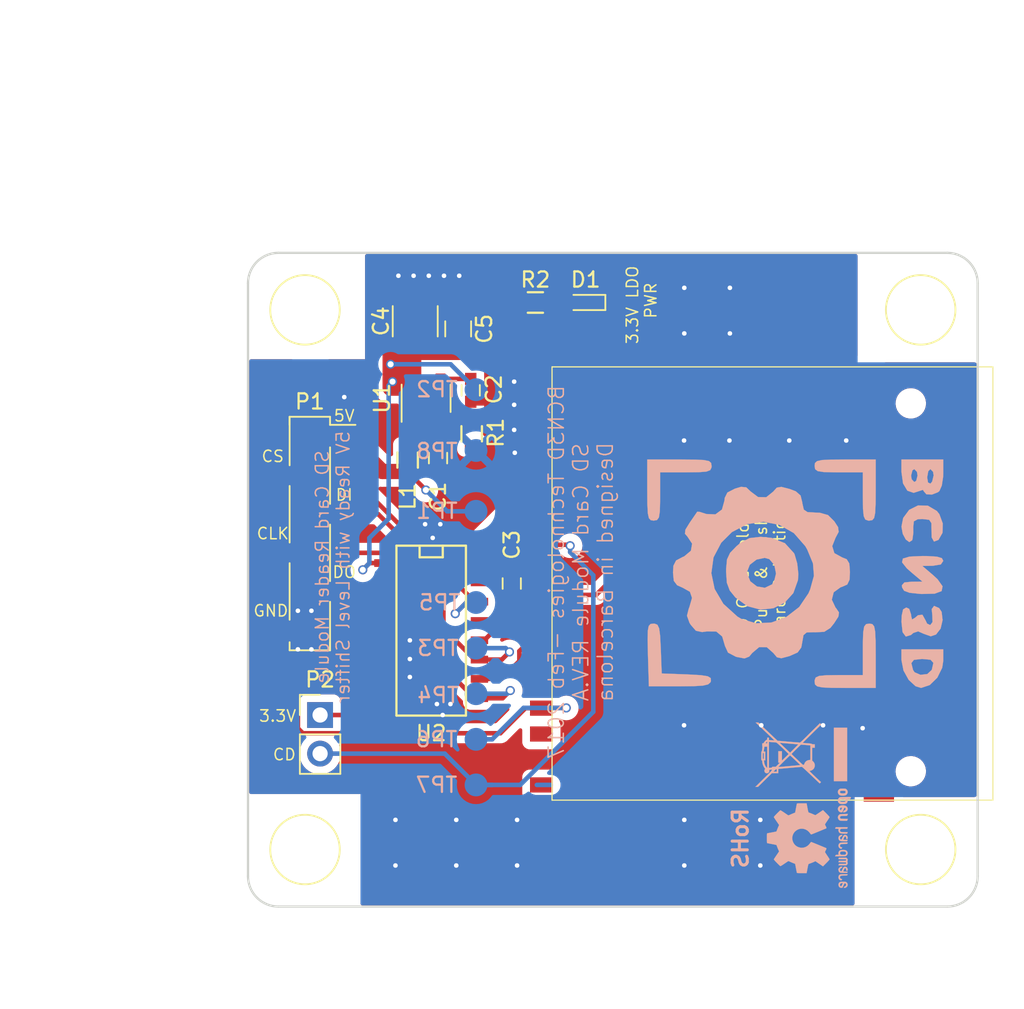
<source format=kicad_pcb>
(kicad_pcb (version 20221018) (generator pcbnew)
  (title_block (title "SD Card Module") (date "2017-02-21") (rev "REV.A") (company "BCN3D Technologies") (comment 1 "SD Card Module with Level Shifter"))
  (layers (0 "F.Cu" signal) (31 "B.Cu" signal) (34 "B.Paste" user) (35 "F.Paste" user) (36 "B.SilkS" user "B.Silkscreen") (37 "F.SilkS" user "F.Silkscreen") (38 "B.Mask" user) (39 "F.Mask" user) (44 "Edge.Cuts" user))
  (net 0 "")
  (net 1 "GND")
  (net 2 "Net-(C1-Pad1)")
  (net 3 "Net-(C2-Pad1)")
  (net 4 "+3V3")
  (net 5 "Net-(CON1-Pad1)")
  (net 6 "Net-(CON1-Pad2)")
  (net 7 "Net-(CON1-Pad5)")
  (net 8 "DO")
  (net 9 "Net-(D1-Pad2)")
  (net 10 "CLK")
  (net 11 "CS")
  (net 12 "DI")
  (net 13 "Net-(R1-Pad2)")
  (net 14 "+5V")
  (net 15 "CD")
  (net 16 "Net-(CON1-Pad9)")
  (net 17 "Net-(CON1-Pad11)")
  (net 18 "Net-(CON1-Pad8)")
  (net 19 "Net-(U2-Pad6)")
  (net 20 "Net-(U2-Pad4)")
  (net 21 "Net-(U2-Pad2)")
  (footprint "Capacitors_SMD:C_0603" (layer "F.Cu") (at 124.6505 86.0425 -90)
    (fp_text reference "C2" (at -0.0635 -1.524 90) (layer "F.SilkS"))
    (fp_text value "10n")
    (pad "1" smd rect (at -0.75 0 270) (size 0.8 0.75) (layers "F.Cu" "F.Paste" "F.Mask") (net 3 "Net-(C2-Pad1)"))
    (pad "2" smd rect (at 0.75 0 270) (size 0.8 0.75) (layers "F.Cu" "F.Paste" "F.Mask") (net 1 "GND"))
  )
  (footprint "Capacitors_SMD:C_0603" (layer "F.Cu") (at 127.35 98.75 90)
    (fp_text reference "C3" (at 2.54 0 270) (layer "F.SilkS"))
    (fp_text value "1u")
    (pad "1" smd rect (at -0.75 0 90) (size 0.8 0.75) (layers "F.Cu" "F.Paste" "F.Mask") (net 4 "+3V3"))
    (pad "2" smd rect (at 0.75 0 90) (size 0.8 0.75) (layers "F.Cu" "F.Paste" "F.Mask") (net 1 "GND"))
  )
  (footprint "LEDs:LED_0603" (layer "F.Cu") (at 132.207 80.264 180)
    (fp_text reference "D1" (at 0 1.5 180) (layer "F.SilkS"))
    (fp_text value "LED_ALT")
    (pad "1" smd rect (at -0.8 0) (size 0.8 0.8) (layers "F.Cu" "F.Paste" "F.Mask") (net 1 "GND"))
    (pad "2" smd rect (at 0.8 0) (size 0.8 0.8) (layers "F.Cu" "F.Paste" "F.Mask") (net 9 "Net-(D1-Pad2)"))
  )
  (footprint "Resistors_SMD:R_0603" (layer "F.Cu") (at 120.5 90.631 90)
    (fp_text reference "L1" (at -2.413 0 90) (layer "F.SilkS"))
    (fp_text value "Ferrite_Bead_Small")
    (pad "1" smd rect (at -0.75 0 90) (size 0.5 0.9) (layers "F.Cu" "F.Paste" "F.Mask") (net 14 "+5V"))
    (pad "2" smd rect (at 0.75 0 90) (size 0.5 0.9) (layers "F.Cu" "F.Paste" "F.Mask") (net 2 "Net-(C1-Pad1)"))
  )
  (footprint "Resistors_SMD:R_0603" (layer "F.Cu") (at 124.714 88.9 -90)
    (fp_text reference "R1" (at -0.0635 -1.5875 270) (layer "F.SilkS"))
    (fp_text value "1k")
    (pad "1" smd rect (at -0.75 0 270) (size 0.5 0.9) (layers "F.Cu" "F.Paste" "F.Mask") (net 2 "Net-(C1-Pad1)"))
    (pad "2" smd rect (at 0.75 0 270) (size 0.5 0.9) (layers "F.Cu" "F.Paste" "F.Mask") (net 13 "Net-(R1-Pad2)"))
  )
  (footprint "Resistors_SMD:R_0603" (layer "F.Cu") (at 128.905 80.264)
    (fp_text reference "R2" (at 0 -1.5) (layer "F.SilkS"))
    (fp_text value "1k")
    (pad "1" smd rect (at -0.75 0) (size 0.5 0.9) (layers "F.Cu" "F.Paste" "F.Mask") (net 4 "+3V3"))
    (pad "2" smd rect (at 0.75 0) (size 0.5 0.9) (layers "F.Cu" "F.Paste" "F.Mask") (net 9 "Net-(D1-Pad2)"))
  )
  (footprint "TO_SOT_Packages_SMD:SOT-23-5" (layer "F.Cu") (at 121.715 86.567 90)
    (fp_text reference "U1" (at 0 -2.9 90) (layer "F.SilkS"))
    (fp_text value "LD3985M33R")
    (pad "1" smd rect (at -1.1 -0.95 90) (size 1.06 0.65) (layers "F.Cu" "F.Paste" "F.Mask") (net 2 "Net-(C1-Pad1)"))
    (pad "2" smd rect (at -1.1 0 90) (size 1.06 0.65) (layers "F.Cu" "F.Paste" "F.Mask") (net 1 "GND"))
    (pad "3" smd rect (at -1.1 0.95 90) (size 1.06 0.65) (layers "F.Cu" "F.Paste" "F.Mask") (net 13 "Net-(R1-Pad2)"))
    (pad "4" smd rect (at 1.1 0.95 90) (size 1.06 0.65) (layers "F.Cu" "F.Paste" "F.Mask") (net 3 "Net-(C2-Pad1)"))
    (pad "5" smd rect (at 1.1 -0.95 90) (size 1.06 0.65) (layers "F.Cu" "F.Paste" "F.Mask") (net 4 "+3V3"))
  )
  (footprint "SMD_Packages:SO-16-N" (layer "F.Cu") (at 122.05 101.85 -90)
    (fp_text reference "U2" (at 6.75 0) (layer "F.SilkS"))
    (fp_text value "4050")
    (pad "1" smd rect (at -4.445 3.175 270) (size 0.508 1.143) (layers "F.Cu" "F.Paste" "F.Mask") (net 4 "+3V3"))
    (pad "2" smd rect (at -3.175 3.175 270) (size 0.508 1.143) (layers "F.Cu" "F.Paste" "F.Mask") (net 21 "Net-(U2-Pad2)"))
    (pad "3" smd rect (at -1.905 3.175 270) (size 0.508 1.143) (layers "F.Cu" "F.Paste" "F.Mask") (net 1 "GND"))
    (pad "4" smd rect (at -0.635 3.175 270) (size 0.508 1.143) (layers "F.Cu" "F.Paste" "F.Mask") (net 20 "Net-(U2-Pad4)"))
    (pad "5" smd rect (at 0.635 3.175 270) (size 0.508 1.143) (layers "F.Cu" "F.Paste" "F.Mask") (net 1 "GND"))
    (pad "6" smd rect (at 1.905 3.175 270) (size 0.508 1.143) (layers "F.Cu" "F.Paste" "F.Mask") (net 19 "Net-(U2-Pad6)"))
    (pad "7" smd rect (at 3.175 3.175 270) (size 0.508 1.143) (layers "F.Cu" "F.Paste" "F.Mask") (net 1 "GND"))
    (pad "8" smd rect (at 4.445 3.175 270) (size 0.508 1.143) (layers "F.Cu" "F.Paste" "F.Mask") (net 1 "GND"))
    (pad "9" smd rect (at 4.445 -3.175 270) (size 0.508 1.143) (layers "F.Cu" "F.Paste" "F.Mask") (net 10 "CLK"))
    (pad "10" smd rect (at 3.175 -3.175 270) (size 0.508 1.143) (layers "F.Cu" "F.Paste" "F.Mask") (net 7 "Net-(CON1-Pad5)"))
    (pad "11" smd rect (at 1.905 -3.175 270) (size 0.508 1.143) (layers "F.Cu" "F.Paste" "F.Mask") (net 12 "DI"))
    (pad "12" smd rect (at 0.635 -3.175 270) (size 0.508 1.143) (layers "F.Cu" "F.Paste" "F.Mask") (net 6 "Net-(CON1-Pad2)"))
    (pad "13" smd rect (at -0.635 -3.175 270) (size 0.508 1.143) (layers "F.Cu" "F.Paste" "F.Mask"))
    (pad "14" smd rect (at -1.905 -3.175 270) (size 0.508 1.143) (layers "F.Cu" "F.Paste" "F.Mask") (net 11 "CS"))
    (pad "15" smd rect (at -3.175 -3.175 270) (size 0.508 1.143) (layers "F.Cu" "F.Paste" "F.Mask") (net 5 "Net-(CON1-Pad1)"))
    (pad "16" smd rect (at -4.445 -3.175 270) (size 0.508 1.143) (layers "F.Cu" "F.Paste" "F.Mask"))
  )
  (footprint "Capacitors_SMD:C_0603" (layer "F.Cu") (at 122.5 90.5 90)
    (fp_text reference "C1" (at -2.54 0 90) (layer "F.SilkS"))
    (fp_text value "1u")
    (pad "1" smd rect (at -0.75 0 90) (size 0.8 0.75) (layers "F.Cu" "F.Paste" "F.Mask") (net 2 "Net-(C1-Pad1)"))
    (pad "2" smd rect (at 0.75 0 90) (size 0.8 0.75) (layers "F.Cu" "F.Paste" "F.Mask") (net 1 "GND"))
  )
  (footprint "Connectors:1pin" (layer "F.Cu") (at 154.25 116.25)
    (fp_text reference "REF**")
    (fp_text value "1pin")
    (pad "" np_thru_hole circle (at 0 0) (size 3.5 3.5) (drill 3.5) (layers "*.Cu" "*.Mask"))
  )
  (footprint "Connectors:1pin" (layer "F.Cu") (at 154.25 80.75)
    (fp_text reference "REF**")
    (fp_text value "1pin")
    (pad "" np_thru_hole circle (at 0 0) (size 3.5 3.5) (drill 3.5) (layers "*.Cu" "*.Mask"))
  )
  (footprint "Connectors:1pin" (layer "F.Cu") (at 113.75 116.25)
    (fp_text reference "REF**")
    (fp_text value "1pin")
    (pad "" np_thru_hole circle (at 0 0) (size 3.5 3.5) (drill 3.5) (layers "*.Cu" "*.Mask"))
  )
  (footprint "Connectors:1pin" (layer "F.Cu") (at 113.75 80.75)
    (fp_text reference "REF**")
    (fp_text value "1pin")
    (pad "" np_thru_hole circle (at 0 0) (size 3.5 3.5) (drill 3.5) (layers "*.Cu" "*.Mask"))
  )
  (footprint "Fiducials:Fiducial_1mm_Dia_2.54mm_Outer_CopperTop" (layer "F.Cu") (at 146.2 80.3)
    (fp_text reference "REF**" hide)
    (fp_text value "Fiducial_1mm_Dia_2.54mm_Outer_CopperTop")
    (pad "~" smd circle (at 0 0) (size 1 1) (layers "F.Cu" "F.Mask") (clearance 0.77))
  )
  (footprint "Fiducials:Fiducial_1mm_Dia_2.54mm_Outer_CopperTop" (layer "F.Cu") (at 132.9 116.2)
    (fp_text reference "REF**" hide)
    (fp_text value "Fiducial_1mm_Dia_2.54mm_Outer_CopperTop")
    (pad "~" smd circle (at 0 0) (size 1 1) (layers "F.Cu" "F.Mask") (clearance 0.77))
  )
  (footprint "Fiducials:Fiducial_1mm_Dia_2.54mm_Outer_CopperTop" (layer "F.Cu") (at 114.107 84.795)
    (fp_text reference "REF**" hide)
    (fp_text value "Fiducial_1mm_Dia_2.54mm_Outer_CopperTop")
    (pad "~" smd circle (at 0 0) (size 1 1) (layers "F.Cu" "F.Mask") (clearance 0.77))
  )
  (footprint "Vias:Via-0.6mm" (layer "F.Cu") (at 114.1705 100.543)
    (fp_text reference "REF**" hide)
    (fp_text value "Via-0.6mm" hide)
    (pad "1" thru_hole circle (at 0 0) (size 0.6 0.6) (drill 0.3) (layers "*.Cu") (net 1 "GND"))
  )
  (footprint "Vias:Via-0.6mm" (layer "F.Cu") (at 114.1705 103.083)
    (fp_text reference "REF**" hide)
    (fp_text value "Via-0.6mm" hide)
    (pad "1" thru_hole circle (at 0 0) (size 0.6 0.6) (drill 0.3) (layers "*.Cu") (net 1 "GND"))
  )
  (footprint "Vias:Via-0.6mm" (layer "F.Cu") (at 120.6475 104.902)
    (fp_text reference "REF**" hide)
    (fp_text value "Via-0.6mm" hide)
    (pad "1" thru_hole circle (at 0 0) (size 0.6 0.6) (drill 0.3) (layers "*.Cu") (net 1 "GND"))
  )
  (footprint "Vias:Via-0.6mm" (layer "F.Cu") (at 122.4255 106.68)
    (fp_text reference "REF**" hide)
    (fp_text value "Via-0.6mm" hide)
    (pad "1" thru_hole circle (at 0 0) (size 0.6 0.6) (drill 0.3) (layers "*.Cu") (net 1 "GND"))
  )
  (footprint "Vias:Via-0.6mm" (layer "F.Cu") (at 127.55 90.15)
    (fp_text reference "REF**" hide)
    (fp_text value "Via-0.6mm" hide)
    (pad "1" thru_hole circle (at 0 0) (size 0.6 0.6) (drill 0.3) (layers "*.Cu") (net 1 "GND"))
  )
  (footprint "Vias:Via-0.6mm" (layer "F.Cu") (at 113.2815 100.543)
    (fp_text reference "REF**" hide)
    (fp_text value "Via-0.6mm" hide)
    (pad "1" thru_hole circle (at 0 0) (size 0.6 0.6) (drill 0.3) (layers "*.Cu") (net 1 "GND"))
  )
  (footprint "Vias:Via-0.6mm" (layer "F.Cu") (at 113.2815 103.083)
    (fp_text reference "REF**" hide)
    (fp_text value "Via-0.6mm" hide)
    (pad "1" thru_hole circle (at 0 0) (size 0.6 0.6) (drill 0.3) (layers "*.Cu") (net 1 "GND"))
  )
  (footprint "Vias:Via-0.6mm" (layer "F.Cu") (at 138.7 79.3)
    (fp_text reference "REF**" hide)
    (fp_text value "Via-0.6mm" hide)
    (pad "1" thru_hole circle (at 0 0) (size 0.6 0.6) (drill 0.3) (layers "*.Cu") (net 1 "GND"))
  )
  (footprint "Vias:Via-0.6mm" (layer "F.Cu") (at 141.7 79.3)
    (fp_text reference "REF**" hide)
    (fp_text value "Via-0.6mm" hide)
    (pad "1" thru_hole circle (at 0 0) (size 0.6 0.6) (drill 0.3) (layers "*.Cu") (net 1 "GND"))
  )
  (footprint "Vias:Via-0.6mm" (layer "F.Cu") (at 138.7 82.3)
    (fp_text reference "REF**" hide)
    (fp_text value "Via-0.6mm" hide)
    (pad "1" thru_hole circle (at 0 0) (size 0.6 0.6) (drill 0.3) (layers "*.Cu") (net 1 "GND"))
  )
  (footprint "Vias:Via-0.6mm" (layer "F.Cu") (at 141.7 82.3)
    (fp_text reference "REF**" hide)
    (fp_text value "Via-0.6mm" hide)
    (pad "1" thru_hole circle (at 0 0) (size 0.6 0.6) (drill 0.3) (layers "*.Cu") (net 1 "GND"))
  )
  (footprint "Vias:Via-0.6mm" (layer "F.Cu") (at 138.7 114.3)
    (fp_text reference "REF**" hide)
    (fp_text value "Via-0.6mm" hide)
    (pad "1" thru_hole circle (at 0 0) (size 0.6 0.6) (drill 0.3) (layers "*.Cu") (net 1 "GND"))
  )
  (footprint "Vias:Via-0.6mm" (layer "F.Cu") (at 143.7 114.3)
    (fp_text reference "REF**" hide)
    (fp_text value "Via-0.6mm" hide)
    (pad "1" thru_hole circle (at 0 0) (size 0.6 0.6) (drill 0.3) (layers "*.Cu") (net 1 "GND"))
  )
  (footprint "Vias:Via-0.6mm" (layer "F.Cu") (at 143.7 117.3)
    (fp_text reference "REF**" hide)
    (fp_text value "Via-0.6mm" hide)
    (pad "1" thru_hole circle (at 0 0) (size 0.6 0.6) (drill 0.3) (layers "*.Cu") (net 1 "GND"))
  )
  (footprint "Vias:Via-0.6mm" (layer "F.Cu") (at 138.7 117.3)
    (fp_text reference "REF**" hide)
    (fp_text value "Via-0.6mm" hide)
    (pad "1" thru_hole circle (at 0 0) (size 0.6 0.6) (drill 0.3) (layers "*.Cu") (net 1 "GND"))
  )
  (footprint "Vias:Via-0.6mm" (layer "F.Cu") (at 119.7 114.3)
    (fp_text reference "REF**" hide)
    (fp_text value "Via-0.6mm" hide)
    (pad "1" thru_hole circle (at 0 0) (size 0.6 0.6) (drill 0.3) (layers "*.Cu") (net 1 "GND"))
  )
  (footprint "Vias:Via-0.6mm" (layer "F.Cu") (at 123.7 114.3)
    (fp_text reference "REF**" hide)
    (fp_text value "Via-0.6mm" hide)
    (pad "1" thru_hole circle (at 0 0) (size 0.6 0.6) (drill 0.3) (layers "*.Cu") (net 1 "GND"))
  )
  (footprint "Vias:Via-0.6mm" (layer "F.Cu") (at 127.7 114.3)
    (fp_text reference "REF**" hide)
    (fp_text value "Via-0.6mm" hide)
    (pad "1" thru_hole circle (at 0 0) (size 0.6 0.6) (drill 0.3) (layers "*.Cu") (net 1 "GND"))
  )
  (footprint "Vias:Via-0.6mm" (layer "F.Cu") (at 127.7 117.3)
    (fp_text reference "REF**" hide)
    (fp_text value "Via-0.6mm" hide)
    (pad "1" thru_hole circle (at 0 0) (size 0.6 0.6) (drill 0.3) (layers "*.Cu") (net 1 "GND"))
  )
  (footprint "Vias:Via-0.6mm" (layer "F.Cu") (at 123.7 117.3)
    (fp_text reference "REF**" hide)
    (fp_text value "Via-0.6mm" hide)
    (pad "1" thru_hole circle (at 0 0) (size 0.6 0.6) (drill 0.3) (layers "*.Cu") (net 1 "GND"))
  )
  (footprint "Vias:Via-0.6mm" (layer "F.Cu") (at 119.7 117.3)
    (fp_text reference "REF**" hide)
    (fp_text value "Via-0.6mm" hide)
    (pad "1" thru_hole circle (at 0 0) (size 0.6 0.6) (drill 0.3) (layers "*.Cu") (net 1 "GND"))
  )
  (footprint "Vias:Via-0.6mm" (layer "F.Cu") (at 127.508 88.646)
    (fp_text reference "REF**" hide)
    (fp_text value "Via-0.6mm" hide)
    (pad "1" thru_hole circle (at 0 0) (size 0.6 0.6) (drill 0.3) (layers "*.Cu") (net 1 "GND"))
  )
  (footprint "Vias:Via-0.6mm" (layer "F.Cu") (at 127.508 86.995)
    (fp_text reference "REF**" hide)
    (fp_text value "Via-0.6mm" hide)
    (pad "1" thru_hole circle (at 0 0) (size 0.6 0.6) (drill 0.3) (layers "*.Cu") (net 1 "GND"))
  )
  (footprint "Vias:Via-0.6mm" (layer "F.Cu") (at 127.508 85.471)
    (fp_text reference "REF**" hide)
    (fp_text value "Via-0.6mm" hide)
    (pad "1" thru_hole circle (at 0 0) (size 0.6 0.6) (drill 0.3) (layers "*.Cu") (net 1 "GND"))
  )
  (footprint "Vias:Via-0.6mm" (layer "F.Cu") (at 116.332 86.487)
    (fp_text reference "REF**" hide)
    (fp_text value "Via-0.6mm" hide)
    (pad "1" thru_hole circle (at 0 0) (size 0.6 0.6) (drill 0.3) (layers "*.Cu") (net 1 "GND"))
  )
  (footprint "Vias:Via-0.6mm" (layer "F.Cu") (at 123.317 106.68)
    (fp_text reference "REF**" hide)
    (fp_text value "Via-0.6mm" hide)
    (pad "1" thru_hole circle (at 0 0) (size 0.6 0.6) (drill 0.3) (layers "*.Cu") (net 1 "GND"))
  )
  (footprint "BCN3D_Technologies:WE_SD_Card_Push&Push" (layer "F.Cu") (at 140.5 99 90)
    (fp_text reference "CON1" hide)
    (fp_text value "SD_Card")
    (pad "" np_thru_hole circle (at -12.1 13.1 90) (size 1.5 1.5) (drill 1.5) (layers "*.Cu" "*.Mask"))
    (pad "" np_thru_hole circle (at 12.1 13.1 90) (size 1.5 1.5) (drill 1.5) (layers "*.Cu" "*.Mask"))
    (pad "1" smd rect (at 7 -11.2 90) (size 1 1.5) (layers "F.Cu" "F.Paste" "F.Mask") (net 5 "Net-(CON1-Pad1)"))
    (pad "2" smd rect (at 4.5 -11.2 90) (size 1 1.5) (layers "F.Cu" "F.Paste" "F.Mask") (net 6 "Net-(CON1-Pad2)"))
    (pad "3" smd rect (at 1.15 -11.2 90) (size 1 1.5) (layers "F.Cu" "F.Paste" "F.Mask") (net 1 "GND"))
    (pad "4" smd rect (at -0.5 -11.2 90) (size 1 1.5) (layers "F.Cu" "F.Paste" "F.Mask") (net 4 "+3V3"))
    (pad "5" smd rect (at -3 -11.2 90) (size 1 1.5) (layers "F.Cu" "F.Paste" "F.Mask") (net 7 "Net-(CON1-Pad5)"))
    (pad "6" smd rect (at -5.5 -11.2 90) (size 1 1.5) (layers "F.Cu" "F.Paste" "F.Mask") (net 1 "GND"))
    (pad "7" smd rect (at -7.95 -11.2 90) (size 1 1.5) (layers "F.Cu" "F.Paste" "F.Mask") (net 8 "DO"))
    (pad "8" smd rect (at -9.65 -11.2 90) (size 1 1.5) (layers "F.Cu" "F.Paste" "F.Mask") (net 18 "Net-(CON1-Pad8)"))
    (pad "9" smd rect (at 9.5 -11.2 90) (size 1 1.5) (layers "F.Cu" "F.Paste" "F.Mask") (net 16 "Net-(CON1-Pad9)"))
    (pad "10" smd rect (at 2.8 -11.2 90) (size 1 1.5) (layers "F.Cu" "F.Paste" "F.Mask") (net 15 "CD"))
    (pad "11" smd rect (at -13 -11.2 90) (size 1 1.5) (layers "F.Cu" "F.Paste" "F.Mask") (net 17 "Net-(CON1-Pad11)"))
    (pad "12" smd rect (at -13.5 11 90) (size 1.2 2) (layers "F.Cu" "F.Paste" "F.Mask") (net 1 "GND"))
    (pad "13" smd rect (at 14 9.8 90) (size 1.2 2) (layers "F.Cu" "F.Paste" "F.Mask") (net 1 "GND"))
  )
  (footprint "Vias:Via-0.6mm" (layer "F.Cu") (at 120.6475 103.718)
    (fp_text reference "REF**" hide)
    (fp_text value "Via-0.6mm" hide)
    (pad "1" thru_hole circle (at 0 0) (size 0.6 0.6) (drill 0.3) (layers "*.Cu") (net 1 "GND"))
  )
  (footprint "Vias:Via-0.6mm" (layer "F.Cu") (at 120.6475 102.489)
    (fp_text reference "REF**" hide)
    (fp_text value "Via-0.6mm" hide)
    (pad "1" thru_hole circle (at 0 0) (size 0.6 0.6) (drill 0.3) (layers "*.Cu") (net 1 "GND"))
  )
  (footprint "Vias:Via-0.6mm" (layer "F.Cu") (at 121.65 94.85)
    (fp_text reference "REF**" hide)
    (fp_text value "Via-0.6mm" hide)
    (pad "1" thru_hole circle (at 0 0) (size 0.6 0.6) (drill 0.3) (layers "*.Cu") (net 1 "GND"))
  )
  (footprint "Vias:Via-0.6mm" (layer "F.Cu") (at 122.65 94.85)
    (fp_text reference "REF**" hide)
    (fp_text value "Via-0.6mm" hide)
    (pad "1" thru_hole circle (at 0 0) (size 0.6 0.6) (drill 0.3) (layers "*.Cu") (net 1 "GND"))
  )
  (footprint "Vias:Via-0.6mm" (layer "F.Cu") (at 122.15 95.75)
    (fp_text reference "REF**" hide)
    (fp_text value "Via-0.6mm" hide)
    (pad "1" thru_hole circle (at 0 0) (size 0.6 0.6) (drill 0.3) (layers "*.Cu") (net 1 "GND"))
  )
  (footprint "Vias:Via-0.6mm" (layer "F.Cu") (at 138.684 89.3445)
    (fp_text reference "REF**" hide)
    (fp_text value "Via-0.6mm" hide)
    (pad "1" thru_hole circle (at 0 0) (size 0.6 0.6) (drill 0.3) (layers "*.Cu") (net 1 "GND"))
  )
  (footprint "Vias:Via-0.6mm" (layer "F.Cu") (at 141.6685 89.3445)
    (fp_text reference "REF**" hide)
    (fp_text value "Via-0.6mm" hide)
    (pad "1" thru_hole circle (at 0 0) (size 0.6 0.6) (drill 0.3) (layers "*.Cu") (net 1 "GND"))
  )
  (footprint "Vias:Via-0.6mm" (layer "F.Cu") (at 145.6055 89.3445)
    (fp_text reference "REF**" hide)
    (fp_text value "Via-0.6mm" hide)
    (pad "1" thru_hole circle (at 0 0) (size 0.6 0.6) (drill 0.3) (layers "*.Cu") (net 1 "GND"))
  )
  (footprint "Vias:Via-0.6mm" (layer "F.Cu") (at 149.352 89.3445)
    (fp_text reference "REF**" hide)
    (fp_text value "Via-0.6mm" hide)
    (pad "1" thru_hole circle (at 0 0) (size 0.6 0.6) (drill 0.3) (layers "*.Cu") (net 1 "GND"))
  )
  (footprint "Vias:Via-0.6mm" (layer "F.Cu") (at 138.684 108.077)
    (fp_text reference "REF**" hide)
    (fp_text value "Via-0.6mm" hide)
    (pad "1" thru_hole circle (at 0 0) (size 0.6 0.6) (drill 0.3) (layers "*.Cu") (net 1 "GND"))
  )
  (footprint "Vias:Via-0.6mm" (layer "F.Cu") (at 143.764 108.077)
    (fp_text reference "REF**" hide)
    (fp_text value "Via-0.6mm" hide)
    (pad "1" thru_hole circle (at 0 0) (size 0.6 0.6) (drill 0.3) (layers "*.Cu") (net 1 "GND"))
  )
  (footprint "Vias:Via-0.6mm" (layer "F.Cu") (at 147.828 108.077)
    (fp_text reference "REF**" hide)
    (fp_text value "Via-0.6mm" hide)
    (pad "1" thru_hole circle (at 0 0) (size 0.6 0.6) (drill 0.3) (layers "*.Cu") (net 1 "GND"))
  )
  (footprint "Vias:Via-0.6mm" (layer "F.Cu") (at 150.4315 108.2675)
    (fp_text reference "REF**" hide)
    (fp_text value "Via-0.6mm" hide)
    (pad "1" thru_hole circle (at 0 0) (size 0.6 0.6) (drill 0.3) (layers "*.Cu") (net 1 "GND"))
  )
  (footprint "Capacitors_SMD:C_1210" (layer "F.Cu") (at 121 81.5 90)
    (fp_text reference "C4" (at 0 -2.25 90) (layer "F.SilkS"))
    (fp_text value "47u")
    (pad "1" smd rect (at -1.5 0 90) (size 1 2.5) (layers "F.Cu" "F.Paste" "F.Mask") (net 4 "+3V3"))
    (pad "2" smd rect (at 1.5 0 90) (size 1 2.5) (layers "F.Cu" "F.Paste" "F.Mask") (net 1 "GND"))
  )
  (footprint "Capacitors_SMD:C_0805" (layer "F.Cu") (at 123.825 82 90)
    (fp_text reference "C5" (at 0 1.7145 90) (layer "F.SilkS"))
    (fp_text value "10u")
    (pad "1" smd rect (at -1 0 90) (size 1 1.25) (layers "F.Cu" "F.Paste" "F.Mask") (net 4 "+3V3"))
    (pad "2" smd rect (at 1 0 90) (size 1 1.25) (layers "F.Cu" "F.Paste" "F.Mask") (net 1 "GND"))
  )
  (footprint "Pin_Headers:Pin_Header_Straight_1x02_Pitch2.54mm" (layer "F.Cu") (at 114.742 107.401)
    (fp_text reference "P2" (at 0 -2.33) (layer "F.SilkS"))
    (fp_text value "CONN_01X02")
    (pad "1" thru_hole rect (at 0 0) (size 1.7 1.7) (drill 1) (layers "*.Cu" "*.Mask") (net 4 "+3V3"))
    (pad "2" thru_hole oval (at 0 2.54) (size 1.7 1.7) (drill 1) (layers "*.Cu" "*.Mask") (net 15 "CD"))
  )
  (footprint "Vias:Via-0.6mm" (layer "F.Cu") (at 122.8065 107.401)
    (fp_text reference "REF**" hide)
    (fp_text value "Via-0.6mm" hide)
    (pad "1" thru_hole circle (at 0 0) (size 0.6 0.6) (drill 0.3) (layers "*.Cu") (net 1 "GND"))
  )
  (footprint "Vias:Via-0.6mm" (layer "F.Cu") (at 119.8935 78.506)
    (fp_text reference "REF**" hide)
    (fp_text value "Via-0.6mm" hide)
    (pad "1" thru_hole circle (at 0 0) (size 0.6 0.6) (drill 0.3) (layers "*.Cu") (net 1 "GND"))
  )
  (footprint "Vias:Via-0.6mm" (layer "F.Cu") (at 120.8935 78.506)
    (fp_text reference "REF**" hide)
    (fp_text value "Via-0.6mm" hide)
    (pad "1" thru_hole circle (at 0 0) (size 0.6 0.6) (drill 0.3) (layers "*.Cu") (net 1 "GND"))
  )
  (footprint "Vias:Via-0.6mm" (layer "F.Cu") (at 121.8935 78.506)
    (fp_text reference "REF**" hide)
    (fp_text value "Via-0.6mm" hide)
    (pad "1" thru_hole circle (at 0 0) (size 0.6 0.6) (drill 0.3) (layers "*.Cu") (net 1 "GND"))
  )
  (footprint "Vias:Via-0.6mm" (layer "F.Cu") (at 122.8935 78.506)
    (fp_text reference "REF**" hide)
    (fp_text value "Via-0.6mm" hide)
    (pad "1" thru_hole circle (at 0 0) (size 0.6 0.6) (drill 0.3) (layers "*.Cu") (net 1 "GND"))
  )
  (footprint "Vias:Via-0.6mm" (layer "F.Cu") (at 123.8935 78.506)
    (fp_text reference "REF**" hide)
    (fp_text value "Via-0.6mm" hide)
    (pad "1" thru_hole circle (at 0 0) (size 0.6 0.6) (drill 0.3) (layers "*.Cu") (net 1 "GND"))
  )
  (footprint "Pin_Headers:Pin_Header_Straight_1x06_Pitch2.54mm_SMD_Pin1Right" (layer "F.Cu") (at 114.0675 95.463)
    (fp_text reference "P1" (at 0 -8.68) (layer "F.SilkS"))
    (fp_text value "CONN_01X06")
    (pad "1" smd rect (at 1.5 -6.35) (size 3 1) (layers "F.Cu" "F.Paste" "F.Mask") (net 14 "+5V"))
    (pad "2" smd rect (at -1.5 -3.81) (size 3 1) (layers "F.Cu" "F.Paste" "F.Mask") (net 11 "CS"))
    (pad "3" smd rect (at 1.5 -1.27) (size 3 1) (layers "F.Cu" "F.Paste" "F.Mask") (net 12 "DI"))
    (pad "4" smd rect (at -1.5 1.27) (size 3 1) (layers "F.Cu" "F.Paste" "F.Mask") (net 10 "CLK"))
    (pad "5" smd rect (at 1.5 3.81) (size 3 1) (layers "F.Cu" "F.Paste" "F.Mask") (net 8 "DO"))
    (pad "6" smd rect (at -1.5 6.35) (size 3 1) (layers "F.Cu" "F.Paste" "F.Mask") (net 1 "GND"))
  )
  (footprint "BCN3D_Technologies:BCN3D_Logo_small" (layer "B.Cu") (at 146 98 -90)
    (fp_text reference "G***" hide)
    (fp_text value "LOGO" hide)
  )
  (footprint "Measurement_Points:Measurement_Point_Round-SMD-Pad_Small" (layer "B.Cu") (at 125 94)
    (fp_text reference "TP1" (at -2.572 -0.02) (layer "B.SilkS") (effects (justify mirror)))
    (fp_text value "TEST")
    (pad "1" smd circle (at 0 0) (size 1.5 1.5) (layers "B.Cu" "B.Mask") (net 14 "+5V"))
  )
  (footprint "Measurement_Points:Measurement_Point_Round-SMD-Pad_Small" (layer "B.Cu") (at 125 86)
    (fp_text reference "TP2" (at -2.572 -0.021) (layer "B.SilkS") (effects (justify mirror)))
    (fp_text value "TEST")
    (pad "1" smd circle (at 0 0) (size 1.5 1.5) (layers "B.Cu" "B.Mask") (net 4 "+3V3"))
  )
  (footprint "Measurement_Points:Measurement_Point_Round-SMD-Pad_Small" (layer "B.Cu") (at 125 103)
    (fp_text reference "TP3" (at -2.5 0) (layer "B.SilkS") (effects (justify mirror)))
    (fp_text value "TEST")
    (pad "1" smd circle (at 0 0) (size 1.5 1.5) (layers "B.Cu" "B.Mask") (net 12 "DI"))
  )
  (footprint "Measurement_Points:Measurement_Point_Round-SMD-Pad_Small" (layer "B.Cu") (at 125 106)
    (fp_text reference "TP4" (at -2.5 0.1) (layer "B.SilkS") (effects (justify mirror)))
    (fp_text value "TEST")
    (pad "1" smd circle (at 0 0) (size 1.5 1.5) (layers "B.Cu" "B.Mask") (net 10 "CLK"))
  )
  (footprint "Measurement_Points:Measurement_Point_Round-SMD-Pad_Small" (layer "B.Cu") (at 125 100)
    (fp_text reference "TP5" (at -2.4 0) (layer "B.SilkS") (effects (justify mirror)))
    (fp_text value "TEST")
    (pad "1" smd circle (at 0 0) (size 1.5 1.5) (layers "B.Cu" "B.Mask") (net 11 "CS"))
  )
  (footprint "Measurement_Points:Measurement_Point_Round-SMD-Pad_Small" (layer "B.Cu") (at 125 109)
    (fp_text reference "TP6" (at -2.6 0) (layer "B.SilkS") (effects (justify mirror)))
    (fp_text value "TEST")
    (pad "1" smd circle (at 0 0) (size 1.5 1.5) (layers "B.Cu" "B.Mask") (net 8 "DO"))
  )
  (footprint "Measurement_Points:Measurement_Point_Round-SMD-Pad_Small" (layer "B.Cu") (at 125 112)
    (fp_text reference "TP7" (at -2.6 0) (layer "B.SilkS") (effects (justify mirror)))
    (fp_text value "TEST")
    (pad "1" smd circle (at 0 0) (size 1.5 1.5) (layers "B.Cu" "B.Mask") (net 15 "CD"))
  )
  (footprint "Measurement_Points:Measurement_Point_Round-SMD-Pad_Small" (layer "B.Cu") (at 125 90)
    (fp_text reference "TP8" (at -2.572 0.043) (layer "B.SilkS") (effects (justify mirror)))
    (fp_text value "TEST")
    (pad "1" smd circle (at 0 0) (size 1.5 1.5) (layers "B.Cu" "B.Mask") (net 1 "GND"))
  )
  (footprint "Symbols:OSHW-Logo2_7.3x6mm_SilkScreen" (layer "B.Cu") (at 146.8935 115.506 -90)
    (fp_text reference "REF***" hide)
    (fp_text value "OSHW-Logo2_7.3x6mm_SilkScreen" hide)
  )
  (footprint "Symbols:WEEE-Logo_4.2x6mm_SilkScreen" (layer "B.Cu") (at 146.3935 110.006 -90)
    (fp_text reference "REF***" hide)
    (fp_text value "WEEE-Logo_4.2x6mm_SilkScreen" hide)
  )
  (gr_line (start 110 118) (end 110 79) (stroke (width 0.15)) (layer "Edge.Cuts"))
  (gr_line (start 158 118) (end 158 79) (stroke (width 0.15)) (layer "Edge.Cuts"))
  (gr_arc (start 158 118) (mid 157.414214 119.414214) (end 156 120) (stroke (width 0.15)) (layer "Edge.Cuts"))
  (gr_arc (start 110 79) (mid 110.585786 77.585786) (end 112 77) (stroke (width 0.15)) (layer "Edge.Cuts"))
  (gr_arc (start 112 120) (mid 110.585786 119.414214) (end 110 118) (stroke (width 0.15)) (layer "Edge.Cuts"))
  (gr_arc (start 156 77) (mid 157.414214 77.585786) (end 158 79) (stroke (width 0.15)) (layer "Edge.Cuts"))
  (gr_line (start 156 120) (end 112 120) (stroke (width 0.15)) (layer "Edge.Cuts"))
  (gr_line (start 112 77) (end 156 77) (stroke (width 0.15)) (layer "Edge.Cuts"))
  (gr_text "RoHS" (at 142.3935 115.506 90) (layer "B.SilkS") (effects (font (size 1 1) (thickness 0.2)) (justify mirror)))
  (gr_text "SD Card Reader Module\n5V Ready with Level Shifter" (at 115.57 97.663 90) (layer "B.SilkS") (effects (font (size 0.85 0.85) (thickness 0.1)) (justify mirror)))
  (gr_text "BCN3D Technologies -Feb 2017\nSD Card Module REV.A\nDesigned in Barcelona\n" (at 131.8935 98.006 90) (layer "B.SilkS") (effects (font (size 1 1) (thickness 0.1)) (justify mirror)))
  (gr_text "DO" (at 116.3295 98.003) (layer "F.SilkS") (effects (font (size 0.75 0.75) (thickness 0.1))))
  (gr_text "CS" (at 111.6305 90.383) (layer "F.SilkS") (effects (font (size 0.75 0.75) (thickness 0.1))))
  (gr_text "SD Card Holder\nPush & Push\nCard Detection" (at 143.764 98.044 90) (layer "F.SilkS") (effects (font (size 0.75 0.75) (thickness 0.1))))
  (gr_text "3.3V LDO \nPWR" (at 135.89 80.137 90) (layer "F.SilkS") (effects (font (size 0.75 0.75) (thickness 0.1))))
  (gr_text "GND" (at 111.5035 100.543) (layer "F.SilkS") (effects (font (size 0.75 0.75) (thickness 0.1))))
  (gr_text "3.3V" (at 111.948 107.4645) (layer "F.SilkS") (effects (font (size 0.75 0.75) (thickness 0.1))))
  (gr_text "5V" (at 116.3295 87.716) (layer "F.SilkS") (effects (font (size 0.75 0.75) (thickness 0.1))))
  (gr_text "CLK" (at 111.6305 95.463) (layer "F.SilkS") (effects (font (size 0.75 0.75) (thickness 0.1))))
  (gr_text "DI" (at 116.3295 92.923) (layer "F.SilkS") (effects (font (size 0.75 0.75) (thickness 0.1))))
  (gr_text "CD" (at 112.3925 110.0045) (layer "F.SilkS") (effects (font (size 0.75 0.75) (thickness 0.1))))
  (segment (start 129.9 112) (end 129 112) (width 0.3) (layer "B.Cu") (net 0))
  (segment (start 127.35 98) (end 129.15 98) (width 1) (layer "F.Cu") (net 1))
  (segment (start 121.715 87.667) (end 121.715 88.965) (width 0.6) (layer "F.Cu") (net 1))
  (segment (start 129.15 98) (end 129.3 97.85) (width 1) (layer "F.Cu") (net 1))
  (segment (start 121.715 88.965) (end 122.5 89.75) (width 0.6) (layer "F.Cu") (net 1))
  (segment (start 124.714 88.15) (end 124.514 88.15) (width 0.25) (layer "F.Cu") (net 2))
  (segment (start 123.175999 86.811999) (end 120.840001 86.811999) (width 0.25) (layer "F.Cu") (net 2))
  (segment (start 120.840001 86.811999) (end 120.765 86.887) (width 0.25) (layer "F.Cu") (net 2))
  (segment (start 120.765 86.887) (end 120.765 87.667) (width 0.25) (layer "F.Cu") (net 2))
  (segment (start 121.869 91.25) (end 120.5 89.881) (width 0.3) (layer "F.Cu") (net 2))
  (segment (start 124.514 88.15) (end 123.175999 86.811999) (width 0.25) (layer "F.Cu") (net 2))
  (segment (start 120.765 89.616) (end 120.5 89.881) (width 0.6) (layer "F.Cu") (net 2))
  (segment (start 122.5 91.25) (end 121.869 91.25) (width 0.3) (layer "F.Cu") (net 2))
  (segment (start 120.765 87.667) (end 120.765 89.616) (width 0.6) (layer "F.Cu") (net 2))
  (segment (start 122.8395 85.2925) (end 122.665 85.467) (width 0.3) (layer "F.Cu") (net 3))
  (segment (start 124.6505 85.2925) (end 122.8395 85.2925) (width 0.3) (layer "F.Cu") (net 3))
  (segment (start 129.3 99.5) (end 132.9 99.5) (width 0.3) (layer "F.Cu") (net 4))
  (segment (start 129.7 83) (end 126.807 83) (width 0.3) (layer "F.Cu") (net 4))
  (segment (start 117.995 97.405) (end 118.875 97.405) (width 0.3) (layer "F.Cu") (net 4))
  (segment (start 121.854 98.892) (end 121.854 106.037998) (width 0.3) (layer "F.Cu") (net 4))
  (segment (start 118.875 97.405) (end 120.367 97.405) (width 0.3) (layer "F.Cu") (net 4))
  (segment (start 134.05 87.35) (end 129.7 83) (width 0.3) (layer "F.Cu") (net 4))
  (segment (start 125.999002 83) (end 125.45 83) (width 0.3) (layer "F.Cu") (net 4))
  (segment (start 121.854 106.037998) (end 120.490998 107.401) (width 0.3) (layer "F.Cu") (net 4))
  (segment (start 126.807 81.812) (end 126.807 83) (width 0.25) (layer "F.Cu") (net 4))
  (segment (start 125.45 83) (end 124.85 83) (width 0.3) (layer "F.Cu") (net 4))
  (segment (start 128.155 80.264) (end 128.155 80.464) (width 0.25) (layer "F.Cu") (net 4))
  (segment (start 127.35 99.5) (end 129.3 99.5) (width 1) (layer "F.Cu") (net 4))
  (segment (start 119.38 84.328) (end 119.38 84.455) (width 0.3) (layer "F.Cu") (net 4))
  (segment (start 120.367 97.405) (end 121.854 98.892) (width 0.3) (layer "F.Cu") (net 4))
  (segment (start 134.05 98.35) (end 134.05 87.35) (width 0.3) (layer "F.Cu") (net 4))
  (segment (start 132.9 99.5) (end 134.05 98.35) (width 0.3) (layer "F.Cu") (net 4))
  (segment (start 119.38 84.455) (end 119.253 84.582) (width 0.3) (layer "F.Cu") (net 4))
  (segment (start 124.7 83) (end 123.825 83) (width 0.25) (layer "F.Cu") (net 4))
  (segment (start 117.55 97.85) (end 117.995 97.405) (width 0.3) (layer "F.Cu") (net 4))
  (segment (start 120.490998 107.401) (end 114.742 107.401) (width 0.3) (layer "F.Cu") (net 4))
  (segment (start 125.619 83) (end 124.85 83) (width 0.25) (layer "F.Cu") (net 4))
  (segment (start 126.807 83) (end 125.45 83) (width 0.3) (layer "F.Cu") (net 4))
  (segment (start 119.507 85.471) (end 119.634 85.344) (width 0.3) (layer "F.Cu") (net 4))
  (segment (start 128.155 80.464) (end 126.807 81.812) (width 0.25) (layer "F.Cu") (net 4))
  (segment (start 119.634 85.344) (end 119.761 85.344) (width 0.3) (layer "F.Cu") (net 4))
  (segment (start 119.1925 97.405) (end 118.875 97.405) (width 0.3) (layer "F.Cu") (net 4))
  (segment (start 124.85 83) (end 124.7 83) (width 0.25) (layer "F.Cu") (net 4))
  (via (at 119.507 85.471) (size 0.6) (drill 0.4) (layers "F.Cu" "B.Cu") (net 4))
  (via (at 119.38 84.328) (size 0.6) (drill 0.4) (layers "F.Cu" "B.Cu") (net 4))
  (via (at 117.55 97.85) (size 0.6) (drill 0.4) (layers "F.Cu" "B.Cu") (net 4))
  (segment (start 125 86) (end 123.328 84.328) (width 0.3) (layer "B.Cu") (net 4))
  (segment (start 117.983 95.758) (end 117.983 97.417) (width 0.3) (layer "B.Cu") (net 4))
  (segment (start 119.253 85.725) (end 119.507 85.471) (width 0.3) (layer "B.Cu") (net 4))
  (segment (start 119.253 94.488) (end 119.253 85.725) (width 0.3) (layer "B.Cu") (net 4))
  (segment (start 117.983 95.758) (end 119.253 94.488) (width 0.3) (layer "B.Cu") (net 4))
  (segment (start 117.983 97.417) (end 117.55 97.85) (width 0.3) (layer "B.Cu") (net 4))
  (segment (start 123.328 84.328) (end 119.38 84.328) (width 0.3) (layer "B.Cu") (net 4))
  (segment (start 123.790544 97.558044) (end 123.790544 97.259456) (width 0.3) (layer "F.Cu") (net 5))
  (segment (start 129.05 92) (end 129.3 92) (width 0.3) (layer "F.Cu") (net 5))
  (segment (start 124.9075 98.675) (end 123.790544 97.558044) (width 0.3) (layer "F.Cu") (net 5))
  (segment (start 123.790544 97.259456) (end 129.05 92) (width 0.3) (layer "F.Cu") (net 5))
  (segment (start 125.225 98.675) (end 124.9075 98.675) (width 0.3) (layer "F.Cu") (net 5))
  (segment (start 129.05 94.5) (end 129.3 94.5) (width 0.3) (layer "F.Cu") (net 6))
  (segment (start 125.5425 102.485) (end 126.146501 101.880999) (width 0.3) (layer "F.Cu") (net 6))
  (segment (start 126.426 95.844) (end 127.77 94.5) (width 0.3) (layer "F.Cu") (net 6))
  (segment (start 126.426 101.6225) (end 126.426 95.844) (width 0.3) (layer "F.Cu") (net 6))
  (segment (start 127.77 94.5) (end 129.3 94.5) (width 0.3) (layer "F.Cu") (net 6))
  (segment (start 126.167501 101.880999) (end 126.426 101.6225) (width 0.3) (layer "F.Cu") (net 6))
  (segment (start 126.146501 101.880999) (end 126.167501 101.880999) (width 0.3) (layer "F.Cu") (net 6))
  (segment (start 125.225 102.485) (end 125.5425 102.485) (width 0.3) (layer "F.Cu") (net 6))
  (segment (start 127.85 103.85) (end 127.85 103.2) (width 0.3) (layer "F.Cu") (net 7))
  (segment (start 127.85 103.2) (end 129.05 102) (width 0.3) (layer "F.Cu") (net 7))
  (segment (start 129.05 102) (end 129.3 102) (width 0.3) (layer "F.Cu") (net 7))
  (segment (start 126.675 105.025) (end 127.85 103.85) (width 0.3) (layer "F.Cu") (net 7))
  (segment (start 125.225 105.025) (end 126.675 105.025) (width 0.3) (layer "F.Cu") (net 7))
  (segment (start 129.3 102.3305) (end 129.3 102) (width 0.3) (layer "F.Cu") (net 7))
  (segment (start 128.25 106.95) (end 126.598999 108.601001) (width 0.3) (layer "F.Cu") (net 8))
  (segment (start 129.3 106.95) (end 128.25 106.95) (width 0.3) (layer "F.Cu") (net 8))
  (segment (start 130.937 106.934) (end 129.316 106.934) (width 0.3) (layer "F.Cu") (net 8))
  (segment (start 113.611999 108.601001) (end 113.2815 108.270502) (width 0.3) (layer "F.Cu") (net 8))
  (segment (start 126.598999 108.601001) (end 113.611999 108.601001) (width 0.3) (layer "F.Cu") (net 8))
  (segment (start 115.5675 99.273) (end 115.5675 103.083) (width 0.3) (layer "F.Cu") (net 8))
  (segment (start 113.2815 105.369) (end 113.2815 108.270502) (width 0.3) (layer "F.Cu") (net 8))
  (segment (start 115.5675 103.083) (end 113.2815 105.369) (width 0.3) (layer "F.Cu") (net 8))
  (segment (start 129.316 106.934) (end 129.3 106.95) (width 0.3) (layer "F.Cu") (net 8))
  (via (at 130.937 106.934) (size 0.6) (drill 0.4) (layers "F.Cu" "B.Cu") (net 8))
  (segment (start 126.06066 109) (end 128.12666 106.934) (width 0.3) (layer "B.Cu") (net 8))
  (segment (start 128.12666 106.934) (end 130.937 106.934) (width 0.3) (layer "B.Cu") (net 8))
  (segment (start 125 109) (end 126.06066 109) (width 0.3) (layer "B.Cu") (net 8))
  (segment (start 129.655 80.264) (end 131.407 80.264) (width 0.3) (layer "F.Cu") (net 9))
  (segment (start 112.5675 96.733) (end 120.402122 96.733) (width 0.3) (layer "F.Cu") (net 10))
  (segment (start 122.354011 98.684889) (end 122.354011 103.741511) (width 0.3) (layer "F.Cu") (net 10))
  (segment (start 125.4125 106.299) (end 125.73 106.299) (width 0.3) (layer "F.Cu") (net 10))
  (segment (start 124.9075 106.295) (end 125.225 106.295) (width 0.3) (layer "F.Cu") (net 10))
  (segment (start 120.402122 96.733) (end 122.354011 98.684889) (width 0.3) (layer "F.Cu") (net 10))
  (segment (start 127.254 105.791) (end 126.746 106.299) (width 0.3) (layer "F.Cu") (net 10))
  (segment (start 126.746 106.299) (end 125.73 106.299) (width 0.3) (layer "F.Cu") (net 10))
  (segment (start 122.354011 103.741511) (end 124.9075 106.295) (width 0.3) (layer "F.Cu") (net 10))
  (via (at 127.254 105.791) (size 0.6) (drill 0.4) (layers "F.Cu" "B.Cu") (net 10))
  (segment (start 127.045 106) (end 127.254 105.791) (width 0.3) (layer "B.Cu") (net 10))
  (segment (start 125 106) (end 127.045 106) (width 0.3) (layer "B.Cu") (net 10))
  (segment (start 123.632 100.7335) (end 124.4205 99.945) (width 0.3) (layer "F.Cu") (net 11))
  (segment (start 124.9075 99.945) (end 125.225 99.945) (width 0.3) (layer "F.Cu") (net 11))
  (segment (start 124.4205 99.945) (end 125.225 99.945) (width 0.3) (layer "F.Cu") (net 11))
  (segment (start 112.5675 91.653) (end 116.736366 91.653) (width 0.3) (layer "F.Cu") (net 11))
  (segment (start 123.698 98.7355) (end 124.9075 99.945) (width 0.3) (layer "F.Cu") (net 11))
  (segment (start 123.698 98.614634) (end 123.698 98.7355) (width 0.3) (layer "F.Cu") (net 11))
  (segment (start 116.736366 91.653) (end 123.698 98.614634) (width 0.3) (layer "F.Cu") (net 11))
  (via (at 123.632 100.7335) (size 0.6) (drill 0.4) (layers "F.Cu" "B.Cu") (net 11))
  (segment (start 125 100) (end 124.3655 100) (width 0.3) (layer "B.Cu") (net 11))
  (segment (start 124.3655 100) (end 123.632 100.7335) (width 0.3) (layer "B.Cu") (net 11))
  (segment (start 126.69599 103.755) (end 127.19999 103.251) (width 0.3) (layer "F.Cu") (net 12))
  (segment (start 122.854022 98.477778) (end 118.569244 94.193) (width 0.3) (layer "F.Cu") (net 12))
  (segment (start 122.854022 101.701522) (end 122.854022 98.477778) (width 0.3) (layer "F.Cu") (net 12))
  (segment (start 117.3675 94.193) (end 115.5675 94.193) (width 0.3) (layer "F.Cu") (net 12))
  (segment (start 118.569244 94.193) (end 117.3675 94.193) (width 0.3) (layer "F.Cu") (net 12))
  (segment (start 125.225 103.755) (end 126.69599 103.755) (width 0.3) (layer "F.Cu") (net 12))
  (segment (start 125.225 103.755) (end 124.9075 103.755) (width 0.3) (layer "F.Cu") (net 12))
  (segment (start 124.9075 103.755) (end 122.854022 101.701522) (width 0.3) (layer "F.Cu") (net 12))
  (via (at 127.19999 103.251) (size 0.6) (drill 0.4) (layers "F.Cu" "B.Cu") (net 12))
  (segment (start 125 103) (end 126.94899 103) (width 0.3) (layer "B.Cu") (net 12))
  (segment (start 126.94899 103) (end 127.19999 103.251) (width 0.3) (layer "B.Cu") (net 12))
  (segment (start 124.714 89.65) (end 124.611002 89.65) (width 0.25) (layer "F.Cu") (net 13))
  (segment (start 123.861002 88.9) (end 123.861002 88.288002) (width 0.25) (layer "F.Cu") (net 13))
  (segment (start 123.24 87.667) (end 122.665 87.667) (width 0.25) (layer "F.Cu") (net 13))
  (segment (start 124.611002 89.65) (end 123.861002 88.9) (width 0.25) (layer "F.Cu") (net 13))
  (segment (start 123.861002 88.288002) (end 123.24 87.667) (width 0.25) (layer "F.Cu") (net 13))
  (segment (start 118.8355 91.381) (end 116.5675 89.113) (width 1) (layer "F.Cu") (net 14))
  (segment (start 116.5675 89.113) (end 115.5675 89.113) (width 1) (layer "F.Cu") (net 14))
  (segment (start 120.5 91.381) (end 120.5 91.4) (width 0.3) (layer "F.Cu") (net 14))
  (segment (start 120.5 91.381) (end 118.8355 91.381) (width 1) (layer "F.Cu") (net 14))
  (segment (start 120.5 91.4) (end 121.7 92.6) (width 0.3) (layer "F.Cu") (net 14))
  (via (at 121.7 92.6) (size 0.6) (drill 0.4) (layers "F.Cu" "B.Cu") (net 14))
  (segment (start 123.1 94) (end 121.7 92.6) (width 0.3) (layer "B.Cu") (net 14))
  (segment (start 125 94) (end 123.1 94) (width 0.3) (layer "B.Cu") (net 14))
  (segment (start 129.3 96.2) (end 131.125 96.2) (width 0.3) (layer "F.Cu") (net 15))
  (segment (start 131.125 96.2) (end 131.191 96.266) (width 0.3) (layer "F.Cu") (net 15))
  (segment (start 129.55 96.2) (end 129.3 96.2) (width 0.3) (layer "F.Cu") (net 15))
  (via (at 131.191 96.266) (size 0.6) (drill 0.4) (layers "F.Cu" "B.Cu") (net 15))
  (segment (start 132.715 107.188) (end 127.903 112) (width 0.3) (layer "B.Cu") (net 15))
  (segment (start 127.903 112) (end 125 112) (width 0.3) (layer "B.Cu") (net 15))
  (segment (start 132.715 98.214264) (end 132.715 107.188) (width 0.3) (layer "B.Cu") (net 15))
  (segment (start 114.742 109.941) (end 122.941 109.941) (width 0.3) (layer "B.Cu") (net 15))
  (segment (start 131.191 96.266) (end 131.191 96.690264) (width 0.3) (layer "B.Cu") (net 15))
  (segment (start 131.191 96.690264) (end 132.715 98.214264) (width 0.3) (layer "B.Cu") (net 15))
  (segment (start 125 112) (end 126.06066 112) (width 0.3) (layer "B.Cu") (net 15))
  (segment (start 122.941 109.941) (end 125 112) (width 0.3) (layer "B.Cu") (net 15))
  (zone (net 1) (net_name "GND") (layer "F.Cu") (connect_pads (clearance 0.508)) (min_thickness 0.254) (fill yes (thermal_gap 0.508) (thermal_bridge_width 0.508))
    (polygon (pts (xy 158 120) (xy 110 120) (xy 110 77) (xy 158 77)))
  )
  (zone (net 0) (net_name "") (layer "F.Cu") (connect_pads (clearance 0)) (min_thickness 0.254)
    (keepout (tracks not_allowed) (vias not_allowed) (pads allowed) (copperpour not_allowed) (footprints allowed))
    (fill yes (thermal_gap 0.508) (thermal_bridge_width 0.508))
    (polygon (pts (xy 158.6 84.2) (xy 150.1 84.2) (xy 150.1 76.7) (xy 158.6 76.7)))
  )
  (zone (net 0) (net_name "") (layer "F.Cu") (connect_pads (clearance 0)) (min_thickness 0.254)
    (keepout (tracks not_allowed) (vias not_allowed) (pads allowed) (copperpour not_allowed) (footprints allowed))
    (fill yes (thermal_gap 0.508) (thermal_bridge_width 0.508))
    (polygon (pts (xy 158.6 120.2) (xy 149.9 120.2) (xy 149.9 112.8) (xy 158.6 112.8)))
  )
  (zone (net 0) (net_name "") (layer "F.Cu") (connect_pads (clearance 0)) (min_thickness 0.254)
    (keepout (tracks not_allowed) (vias not_allowed) (pads allowed) (copperpour not_allowed) (footprints allowed))
    (fill yes (thermal_gap 0.508) (thermal_bridge_width 0.508))
    (polygon (pts (xy 117.7 84) (xy 109.3 84) (xy 109.3 77) (xy 117.7 77)))
  )
  (zone (net 0) (net_name "") (layer "F.Cu") (connect_pads (clearance 0)) (min_thickness 0.254)
    (keepout (tracks not_allowed) (vias not_allowed) (pads allowed) (copperpour not_allowed) (footprints allowed))
    (fill yes (thermal_gap 0.508) (thermal_bridge_width 0.508))
    (polygon (pts (xy 117.4 120.8) (xy 109.4 120.8) (xy 109.4 112.6) (xy 117.4 112.6)))
  )
  (zone (net 4) (net_name "+3V3") (layer "F.Cu") (priority 1) (connect_pads yes (clearance 0.508)) (min_thickness 0.254) (fill yes (thermal_gap 0.508) (thermal_bridge_width 0.508) (smoothing fillet) (radius 0.5))
    (polygon (pts (xy 118.85 83.7) (xy 118.85 81.9) (xy 125.5 81.9) (xy 125.5 84.05) (xy 121.4 84.05) (xy 121.4 86.4) (xy 118.85 86.4)))
  )
  (zone (net 0) (net_name "") (layer "B.Cu") (connect_pads (clearance 0)) (min_thickness 0.254)
    (keepout (tracks not_allowed) (vias not_allowed) (pads allowed) (copperpour not_allowed) (footprints allowed))
    (fill yes (thermal_gap 0.508) (thermal_bridge_width 0.508))
    (polygon (pts (xy 117.7 84) (xy 109.3 84) (xy 109.3 77) (xy 117.7 77)))
  )
  (zone (net 1) (net_name "GND") (layer "B.Cu") (connect_pads (clearance 0.508)) (min_thickness 0.254) (fill yes (thermal_gap 0.508) (thermal_bridge_width 0.508))
    (polygon (pts (xy 158 120) (xy 110 120) (xy 110 77) (xy 158 77)))
  )
  (zone (net 0) (net_name "") (layer "B.Cu") (connect_pads (clearance 0)) (min_thickness 0.254)
    (keepout (tracks not_allowed) (vias not_allowed) (pads allowed) (copperpour not_allowed) (footprints allowed))
    (fill yes (thermal_gap 0.508) (thermal_bridge_width 0.508))
    (polygon (pts (xy 117.4 120.8) (xy 109.4 120.8) (xy 109.4 112.6) (xy 117.4 112.6)))
  )
  (zone (net 0) (net_name "") (layer "B.Cu") (connect_pads (clearance 0)) (min_thickness 0.254)
    (keepout (tracks not_allowed) (vias not_allowed) (pads allowed) (copperpour not_allowed) (footprints allowed))
    (fill yes (thermal_gap 0.508) (thermal_bridge_width 0.508))
    (polygon (pts (xy 158.6 120.2) (xy 149.9 120.2) (xy 149.9 112.8) (xy 158.6 112.8)))
  )
  (zone (net 0) (net_name "") (layer "B.Cu") (connect_pads (clearance 0)) (min_thickness 0.254)
    (keepout (tracks not_allowed) (vias not_allowed) (pads allowed) (copperpour not_allowed) (footprints allowed))
    (fill yes (thermal_gap 0.508) (thermal_bridge_width 0.508))
    (polygon (pts (xy 158.6 84.2) (xy 150.1 84.2) (xy 150.1 76.7) (xy 158.6 76.7)))
  )
)
</source>
